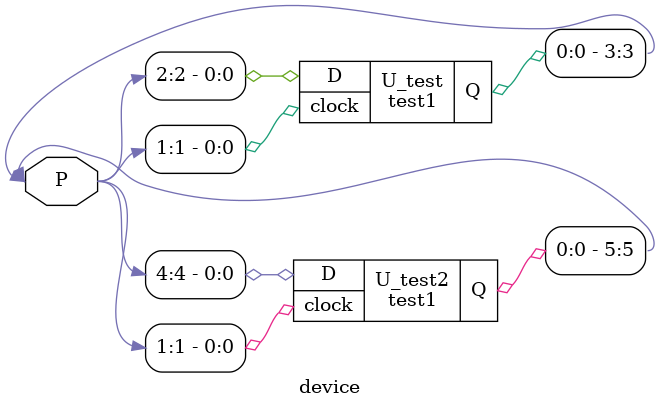
<source format=v>
module test1 (
 input clock,
 input  D,
 output  Q 
); // End of port list
//-------------Input ports Data Type-------------------
// By rule all the input ports should be wires   
wire D;
//-------------Output Ports Data Type------------------
// Output port can be a storage element (reg) or a wire
reg Q ;

//------------Code Starts Here-------------------------
always @ (posedge clock)
begin
	Q = ~ D;
end

endmodule // End of Module counter

module device( inout [28:0] P);

test1 U_test(
	P[1], P[2], P[3]
);

test1 U_test2(
	P[1], P[4], P[5]
);
endmodule



</source>
